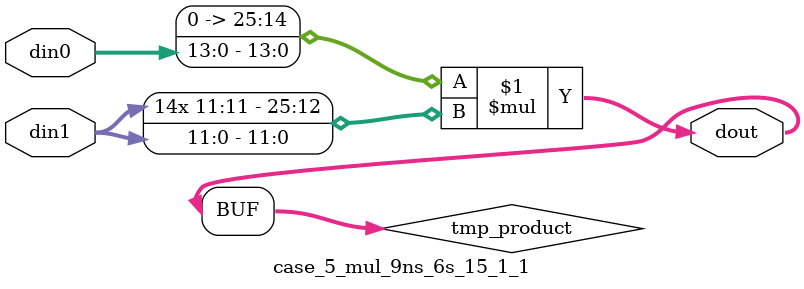
<source format=v>

`timescale 1 ns / 1 ps

 (* use_dsp = "no" *)  module case_5_mul_9ns_6s_15_1_1(din0, din1, dout);
parameter ID = 1;
parameter NUM_STAGE = 0;
parameter din0_WIDTH = 14;
parameter din1_WIDTH = 12;
parameter dout_WIDTH = 26;

input [din0_WIDTH - 1 : 0] din0; 
input [din1_WIDTH - 1 : 0] din1; 
output [dout_WIDTH - 1 : 0] dout;

wire signed [dout_WIDTH - 1 : 0] tmp_product;

























assign tmp_product = $signed({1'b0, din0}) * $signed(din1);










assign dout = tmp_product;





















endmodule

</source>
